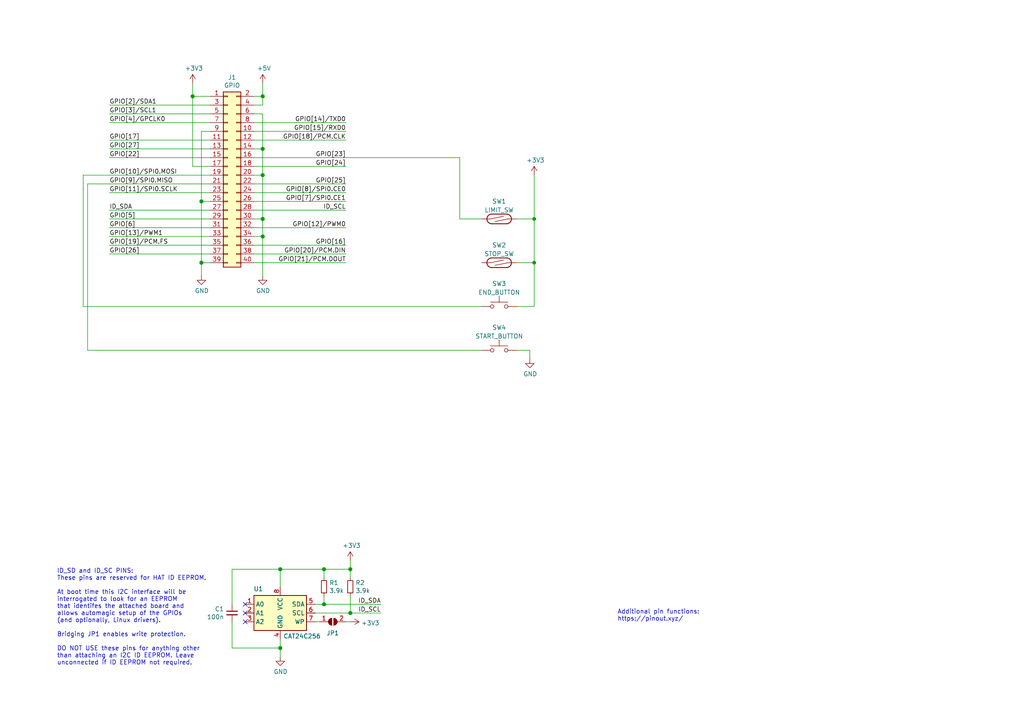
<source format=kicad_sch>
(kicad_sch (version 20230121) (generator eeschema)
  (paper "A4")
  (title_block (title "Monorail Camera") (date "15 nov 2012") (rev "1.00"))
  (lib_symbols
    (symbol "Connector_Generic:Conn_02x20_Odd_Even" (pin_names (offset 1.016) hide)
      (property "Reference" "J" (at 1.27 25.4 0))
      (property "Value" "Conn_02x20_Odd_Even" (at 1.27 -27.94 0))
      (symbol "Conn_02x20_Odd_Even_1_1"
        (rectangle (start -1.27 -25.273) (end 0 -25.527) (stroke (width 0.1524)))
        (rectangle (start -1.27 -22.733) (end 0 -22.987) (stroke (width 0.1524)))
        (rectangle (start -1.27 -20.193) (end 0 -20.447) (stroke (width 0.1524)))
        (rectangle (start -1.27 -17.653) (end 0 -17.907) (stroke (width 0.1524)))
        (rectangle (start -1.27 -15.113) (end 0 -15.367) (stroke (width 0.1524)))
        (rectangle (start -1.27 -12.573) (end 0 -12.827) (stroke (width 0.1524)))
        (rectangle (start -1.27 -10.033) (end 0 -10.287) (stroke (width 0.1524)))
        (rectangle (start -1.27 -7.493) (end 0 -7.747) (stroke (width 0.1524)))
        (rectangle (start -1.27 -4.953) (end 0 -5.207) (stroke (width 0.1524)))
        (rectangle (start -1.27 -2.413) (end 0 -2.667) (stroke (width 0.1524)))
        (rectangle (start -1.27 0.127) (end 0 -0.127) (stroke (width 0.1524)))
        (rectangle (start -1.27 2.667) (end 0 2.413) (stroke (width 0.1524)))
        (rectangle (start -1.27 5.207) (end 0 4.953) (stroke (width 0.1524)))
        (rectangle (start -1.27 7.747) (end 0 7.493) (stroke (width 0.1524)))
        (rectangle (start -1.27 10.287) (end 0 10.033) (stroke (width 0.1524)))
        (rectangle (start -1.27 12.827) (end 0 12.573) (stroke (width 0.1524)))
        (rectangle (start -1.27 15.367) (end 0 15.113) (stroke (width 0.1524)))
        (rectangle (start -1.27 17.907) (end 0 17.653) (stroke (width 0.1524)))
        (rectangle (start -1.27 20.447) (end 0 20.193) (stroke (width 0.1524)))
        (rectangle (start -1.27 22.987) (end 0 22.733) (stroke (width 0.1524)))
        (rectangle (start -1.27 24.13) (end 3.81 -26.67) (stroke (width 0.254)) (fill (type background)))
        (rectangle (start 3.81 -25.273) (end 2.54 -25.527) (stroke (width 0.1524)))
        (rectangle (start 3.81 -22.733) (end 2.54 -22.987) (stroke (width 0.1524)))
        (rectangle (start 3.81 -20.193) (end 2.54 -20.447) (stroke (width 0.1524)))
        (rectangle (start 3.81 -17.653) (end 2.54 -17.907) (stroke (width 0.1524)))
        (rectangle (start 3.81 -15.113) (end 2.54 -15.367) (stroke (width 0.1524)))
        (rectangle (start 3.81 -12.573) (end 2.54 -12.827) (stroke (width 0.1524)))
        (rectangle (start 3.81 -10.033) (end 2.54 -10.287) (stroke (width 0.1524)))
        (rectangle (start 3.81 -7.493) (end 2.54 -7.747) (stroke (width 0.1524)))
        (rectangle (start 3.81 -4.953) (end 2.54 -5.207) (stroke (width 0.1524)))
        (rectangle (start 3.81 -2.413) (end 2.54 -2.667) (stroke (width 0.1524)))
        (rectangle (start 3.81 0.127) (end 2.54 -0.127) (stroke (width 0.1524)))
        (rectangle (start 3.81 2.667) (end 2.54 2.413) (stroke (width 0.1524)))
        (rectangle (start 3.81 5.207) (end 2.54 4.953) (stroke (width 0.1524)))
        (rectangle (start 3.81 7.747) (end 2.54 7.493) (stroke (width 0.1524)))
        (rectangle (start 3.81 10.287) (end 2.54 10.033) (stroke (width 0.1524)))
        (rectangle (start 3.81 12.827) (end 2.54 12.573) (stroke (width 0.1524)))
        (rectangle (start 3.81 15.367) (end 2.54 15.113) (stroke (width 0.1524)))
        (rectangle (start 3.81 17.907) (end 2.54 17.653) (stroke (width 0.1524)))
        (rectangle (start 3.81 20.447) (end 2.54 20.193) (stroke (width 0.1524)))
        (rectangle (start 3.81 22.987) (end 2.54 22.733) (stroke (width 0.1524)))
        (pin passive line (at -5.08 22.86 0) (length 3.81) (name "Pin_1") (number "1"))
        (pin passive line (at 7.62 12.7 180) (length 3.81) (name "Pin_10") (number "10"))
        (pin passive line (at -5.08 10.16 0) (length 3.81) (name "Pin_11") (number "11"))
        (pin passive line (at 7.62 10.16 180) (length 3.81) (name "Pin_12") (number "12"))
        (pin passive line (at -5.08 7.62 0) (length 3.81) (name "Pin_13") (number "13"))
        (pin passive line (at 7.62 7.62 180) (length 3.81) (name "Pin_14") (number "14"))
        (pin passive line (at -5.08 5.08 0) (length 3.81) (name "Pin_15") (number "15"))
        (pin passive line (at 7.62 5.08 180) (length 3.81) (name "Pin_16") (number "16"))
        (pin passive line (at -5.08 2.54 0) (length 3.81) (name "Pin_17") (number "17"))
        (pin passive line (at 7.62 2.54 180) (length 3.81) (name "Pin_18") (number "18"))
        (pin passive line (at -5.08 0 0) (length 3.81) (name "Pin_19") (number "19"))
        (pin passive line (at 7.62 22.86 180) (length 3.81) (name "Pin_2") (number "2"))
        (pin passive line (at 7.62 0 180) (length 3.81) (name "Pin_20") (number "20"))
        (pin passive line (at -5.08 -2.54 0) (length 3.81) (name "Pin_21") (number "21"))
        (pin passive line (at 7.62 -2.54 180) (length 3.81) (name "Pin_22") (number "22"))
        (pin passive line (at -5.08 -5.08 0) (length 3.81) (name "Pin_23") (number "23"))
        (pin passive line (at 7.62 -5.08 180) (length 3.81) (name "Pin_24") (number "24"))
        (pin passive line (at -5.08 -7.62 0) (length 3.81) (name "Pin_25") (number "25"))
        (pin passive line (at 7.62 -7.62 180) (length 3.81) (name "Pin_26") (number "26"))
        (pin passive line (at -5.08 -10.16 0) (length 3.81) (name "Pin_27") (number "27"))
        (pin passive line (at 7.62 -10.16 180) (length 3.81) (name "Pin_28") (number "28"))
        (pin passive line (at -5.08 -12.7 0) (length 3.81) (name "Pin_29") (number "29"))
        (pin passive line (at -5.08 20.32 0) (length 3.81) (name "Pin_3") (number "3"))
        (pin passive line (at 7.62 -12.7 180) (length 3.81) (name "Pin_30") (number "30"))
        (pin passive line (at -5.08 -15.24 0) (length 3.81) (name "Pin_31") (number "31"))
        (pin passive line (at 7.62 -15.24 180) (length 3.81) (name "Pin_32") (number "32"))
        (pin passive line (at -5.08 -17.78 0) (length 3.81) (name "Pin_33") (number "33"))
        (pin passive line (at 7.62 -17.78 180) (length 3.81) (name "Pin_34") (number "34"))
        (pin passive line (at -5.08 -20.32 0) (length 3.81) (name "Pin_35") (number "35"))
        (pin passive line (at 7.62 -20.32 180) (length 3.81) (name "Pin_36") (number "36"))
        (pin passive line (at -5.08 -22.86 0) (length 3.81) (name "Pin_37") (number "37"))
        (pin passive line (at 7.62 -22.86 180) (length 3.81) (name "Pin_38") (number "38"))
        (pin passive line (at -5.08 -25.4 0) (length 3.81) (name "Pin_39") (number "39"))
        (pin passive line (at 7.62 20.32 180) (length 3.81) (name "Pin_4") (number "4"))
        (pin passive line (at 7.62 -25.4 180) (length 3.81) (name "Pin_40") (number "40"))
        (pin passive line (at -5.08 17.78 0) (length 3.81) (name "Pin_5") (number "5"))
        (pin passive line (at 7.62 17.78 180) (length 3.81) (name "Pin_6") (number "6"))
        (pin passive line (at -5.08 15.24 0) (length 3.81) (name "Pin_7") (number "7"))
        (pin passive line (at 7.62 15.24 180) (length 3.81) (name "Pin_8") (number "8"))
        (pin passive line (at -5.08 12.7 0) (length 3.81) (name "Pin_9") (number "9"))
      )
    )
    (symbol "Device:C_Small" (pin_numbers hide) (pin_names (offset 0.254) hide)
      (property "Reference" "C" (at 0.254 1.778 0))
      (property "Value" "C_Small" (at 0.254 -2.032 0))
      (symbol "C_Small_0_1"
        (polyline (pts (xy -1.524 -0.508) (xy 1.524 -0.508)) (stroke (width 0.3302)))
        (polyline (pts (xy -1.524 0.508) (xy 1.524 0.508)) (stroke (width 0.3048)))
      )
      (symbol "C_Small_1_1"
        (pin passive line (at 0 2.54 270) (length 2.032) (name "~") (number "1"))
        (pin passive line (at 0 -2.54 90) (length 2.032) (name "~") (number "2"))
      )
    )
    (symbol "Device:R_Small" (pin_numbers hide) (pin_names (offset 0.254) hide)
      (property "Reference" "R" (at 0.762 0.508 0))
      (property "Value" "R_Small" (at 0.762 -1.016 0))
      (symbol "R_Small_0_1"
        (rectangle (start -0.762 1.778) (end 0.762 -1.778) (stroke (width 0.2032)))
      )
      (symbol "R_Small_1_1"
        (pin passive line (at 0 2.54 270) (length 0.762) (name "~") (number "1"))
        (pin passive line (at 0 -2.54 90) (length 0.762) (name "~") (number "2"))
      )
    )
    (symbol "Jumper:SolderJumper_2_Open" (pin_names (offset 0) hide)
      (property "Reference" "JP" (at 0 2.032 0))
      (property "Value" "SolderJumper_2_Open" (at 0 -2.54 0))
      (symbol "SolderJumper_2_Open_0_1"
        (arc (start -0.254 1.016) (mid -1.2656 0) (end -0.254 -1.016))
        (arc (start -0.254 1.016) (mid -1.2656 0) (end -0.254 -1.016) (fill (type outline)))
        (polyline (pts (xy -0.254 1.016) (xy -0.254 -1.016)))
        (polyline (pts (xy 0.254 1.016) (xy 0.254 -1.016)))
        (arc (start 0.254 -1.016) (mid 1.2656 0) (end 0.254 1.016))
        (arc (start 0.254 -1.016) (mid 1.2656 0) (end 0.254 1.016) (fill (type outline)))
      )
      (symbol "SolderJumper_2_Open_1_1"
        (pin passive line (at -3.81 0 0) (length 2.54) (name "A") (number "1"))
        (pin passive line (at 3.81 0 180) (length 2.54) (name "B") (number "2"))
      )
    )
    (symbol "Memory_EEPROM:CAT24C256"
      (property "Reference" "U" (at -6.35 6.35 0))
      (property "Value" "CAT24C256" (at 1.27 6.35 0))
      (symbol "CAT24C256_1_1"
        (rectangle (start -7.62 5.08) (end 7.62 -5.08) (stroke (width 0.254)) (fill (type background)))
        (pin input line (at -10.16 2.54 0) (length 2.54) (name "A0") (number "1"))
        (pin input line (at -10.16 0 0) (length 2.54) (name "A1") (number "2"))
        (pin input line (at -10.16 -2.54 0) (length 2.54) (name "A2") (number "3"))
        (pin power_in line (at 0 -7.62 90) (length 2.54) (name "GND") (number "4"))
        (pin bidirectional line (at 10.16 2.54 180) (length 2.54) (name "SDA") (number "5"))
        (pin input line (at 10.16 0 180) (length 2.54) (name "SCL") (number "6"))
        (pin input line (at 10.16 -2.54 180) (length 2.54) (name "WP") (number "7"))
        (pin power_in line (at 0 7.62 270) (length 2.54) (name "VCC") (number "8"))
      )
    )
    (symbol "Switch:SW_Push" (pin_numbers hide) (pin_names (offset 1.016) hide)
      (property "Reference" "SW" (at 1.27 2.54 0))
      (property "Value" "SW_Push" (at 0 -1.524 0))
      (symbol "SW_Push_0_1"
        (circle (center -2.032 0) (radius 0.508))
        (polyline (pts (xy 0 1.27) (xy 0 3.048)))
        (polyline (pts (xy 2.54 1.27) (xy -2.54 1.27)))
        (circle (center 2.032 0) (radius 0.508))
        (pin passive line (at -5.08 0 0) (length 2.54) (name "1") (number "1"))
        (pin passive line (at 5.08 0 180) (length 2.54) (name "2") (number "2"))
      )
    )
    (symbol "Switch:SW_Reed" (pin_numbers hide) (pin_names (offset 0) hide)
      (property "Reference" "SW" (at 0 2.54 0))
      (property "Value" "SW_Reed" (at 0 -2.54 0))
      (symbol "SW_Reed_0_0"
        (arc (start -2.159 1.397) (mid -3.55 0) (end -2.159 -1.397) (stroke (width 0.254)))
        (polyline (pts (xy -2.54 0) (xy 1.27 0.762)))
        (polyline (pts (xy -2.159 -1.397) (xy 2.286 -1.397)) (stroke (width 0.254)))
        (polyline (pts (xy 2.159 1.397) (xy -2.159 1.397)) (stroke (width 0.254)))
        (polyline (pts (xy 2.54 0) (xy -1.27 -0.762)))
        (arc (start 2.159 -1.397) (mid 3.55 0) (end 2.159 1.397) (stroke (width 0.254)))
      )
      (symbol "SW_Reed_1_1"
        (pin passive line (at -5.08 0 0) (length 2.54) (name "1") (number "1"))
        (pin passive line (at 5.08 0 180) (length 2.54) (name "2") (number "2"))
      )
    )
    (symbol "power:+3.3V" (power) (pin_names (offset 0))
      (property "Value" "+3.3V" (at 0 3.556 0))
      (symbol "+3.3V_0_1"
        (polyline (pts (xy -0.762 1.27) (xy 0 2.54)))
        (polyline (pts (xy 0 0) (xy 0 2.54)))
        (polyline (pts (xy 0 2.54) (xy 0.762 1.27)))
      )
      (symbol "+3.3V_1_1"
        (pin power_in line (at 0 0 90) (length 0) hide (name "+3V3") (number "1"))
      )
    )
    (symbol "power:+5V" (power) (pin_names (offset 0))
      (property "Value" "+5V" (at 0 3.556 0))
      (symbol "+5V_0_1"
        (polyline (pts (xy -0.762 1.27) (xy 0 2.54)))
        (polyline (pts (xy 0 0) (xy 0 2.54)))
        (polyline (pts (xy 0 2.54) (xy 0.762 1.27)))
      )
      (symbol "+5V_1_1"
        (pin power_in line (at 0 0 90) (length 0) hide (name "+5V") (number "1"))
      )
    )
    (symbol "power:GND" (power) (pin_names (offset 0))
      (property "Value" "GND" (at 0 -3.81 0))
      (symbol "GND_0_1"
        (polyline (pts (xy 0 0) (xy 0 -1.27) (xy 1.27 -1.27) (xy 0 -2.54) (xy -1.27 -1.27) (xy 0 -1.27)))
      )
      (symbol "GND_1_1"
        (pin power_in line (at 0 0 270) (length 0) hide (name "GND") (number "1"))
      )
    )
  )
  (junction (at 93.98 175.26) (diameter 1.016))
  (junction (at 76.2 27.94) (diameter 1.016))
  (junction (at 81.28 187.96) (diameter 1.016))
  (junction (at 76.2 43.18) (diameter 1.016))
  (junction (at 81.28 165.1) (diameter 1.016))
  (junction (at 154.94 63.5))
  (junction (at 101.6 165.1) (diameter 1.016))
  (junction (at 58.42 76.2) (diameter 1.016))
  (junction (at 58.42 58.42) (diameter 1.016))
  (junction (at 76.2 68.58) (diameter 1.016))
  (junction (at 76.2 63.5) (diameter 1.016))
  (junction (at 154.94 76.2))
  (junction (at 76.2 50.8) (diameter 1.016))
  (junction (at 101.6 177.8) (diameter 1.016))
  (junction (at 55.88 27.94) (diameter 1.016))
  (junction (at 93.98 165.1) (diameter 1.016))
  (no_connect (at 71.12 175.26))
  (no_connect (at 71.12 177.8))
  (no_connect (at 71.12 180.34))
  (wire (pts (xy 149.86 63.5) (xy 154.94 63.5)))
  (wire (pts (xy 58.42 58.42) (xy 58.42 76.2)))
  (wire (pts (xy 73.66 58.42) (xy 100.33 58.42)))
  (wire (pts (xy 60.96 40.64) (xy 31.75 40.64)))
  (wire (pts (xy 81.28 165.1) (xy 93.98 165.1)))
  (wire (pts (xy 101.6 165.1) (xy 93.98 165.1)))
  (wire (pts (xy 101.6 167.64) (xy 101.6 165.1)))
  (wire (pts (xy 76.2 33.02) (xy 76.2 43.18)))
  (wire (pts (xy 76.2 50.8) (xy 73.66 50.8)))
  (wire (pts (xy 76.2 63.5) (xy 76.2 68.58)))
  (wire (pts (xy 76.2 50.8) (xy 76.2 63.5)))
  (wire (pts (xy 73.66 35.56) (xy 100.33 35.56)))
  (wire (pts (xy 58.42 38.1) (xy 58.42 58.42)))
  (wire (pts (xy 91.44 175.26) (xy 93.98 175.26)))
  (wire (pts (xy 93.98 175.26) (xy 110.49 175.26)))
  (wire (pts (xy 149.86 76.2) (xy 154.94 76.2)))
  (wire (pts (xy 58.42 38.1) (xy 60.96 38.1)))
  (wire (pts (xy 91.44 180.34) (xy 92.71 180.34)))
  (wire (pts (xy 100.33 180.34) (xy 101.6 180.34)))
  (wire (pts (xy 24.13 88.9) (xy 139.7 88.9)))
  (wire (pts (xy 73.66 55.88) (xy 100.33 55.88)))
  (wire (pts (xy 60.96 60.96) (xy 31.75 60.96)))
  (wire (pts (xy 31.75 63.5) (xy 60.96 63.5)))
  (wire (pts (xy 25.4 101.6) (xy 139.7 101.6)))
  (wire (pts (xy 58.42 58.42) (xy 60.96 58.42)))
  (wire (pts (xy 101.6 162.56) (xy 101.6 165.1)))
  (wire (pts (xy 73.66 45.72) (xy 133.35 45.72)))
  (wire (pts (xy 81.28 165.1) (xy 81.28 170.18)))
  (wire (pts (xy 133.35 63.5) (xy 139.7 63.5)))
  (wire (pts (xy 73.66 76.2) (xy 100.33 76.2)))
  (wire (pts (xy 58.42 76.2) (xy 58.42 80.01)))
  (wire (pts (xy 31.75 43.18) (xy 60.96 43.18)))
  (wire (pts (xy 101.6 172.72) (xy 101.6 177.8)))
  (wire (pts (xy 55.88 24.13) (xy 55.88 27.94)))
  (wire (pts (xy 133.35 45.72) (xy 133.35 63.5)))
  (wire (pts (xy 76.2 68.58) (xy 73.66 68.58)))
  (wire (pts (xy 31.75 33.02) (xy 60.96 33.02)))
  (wire (pts (xy 31.75 55.88) (xy 60.96 55.88)))
  (wire (pts (xy 55.88 48.26) (xy 60.96 48.26)))
  (wire (pts (xy 154.94 88.9) (xy 149.86 88.9)))
  (wire (pts (xy 60.96 30.48) (xy 31.75 30.48)))
  (wire (pts (xy 76.2 27.94) (xy 76.2 30.48)))
  (wire (pts (xy 25.4 53.34) (xy 25.4 101.6)))
  (wire (pts (xy 76.2 43.18) (xy 76.2 50.8)))
  (wire (pts (xy 73.66 40.64) (xy 100.33 40.64)))
  (wire (pts (xy 76.2 43.18) (xy 73.66 43.18)))
  (wire (pts (xy 76.2 24.13) (xy 76.2 27.94)))
  (wire (pts (xy 31.75 35.56) (xy 60.96 35.56)))
  (wire (pts (xy 93.98 165.1) (xy 93.98 167.64)))
  (wire (pts (xy 76.2 27.94) (xy 73.66 27.94)))
  (wire (pts (xy 55.88 27.94) (xy 55.88 48.26)))
  (wire (pts (xy 73.66 48.26) (xy 100.33 48.26)))
  (wire (pts (xy 73.66 38.1) (xy 100.33 38.1)))
  (wire (pts (xy 93.98 172.72) (xy 93.98 175.26)))
  (wire (pts (xy 91.44 177.8) (xy 101.6 177.8)))
  (wire (pts (xy 101.6 177.8) (xy 110.49 177.8)))
  (wire (pts (xy 154.94 63.5) (xy 154.94 76.2)))
  (wire (pts (xy 31.75 45.72) (xy 60.96 45.72)))
  (wire (pts (xy 25.4 53.34) (xy 60.96 53.34)))
  (wire (pts (xy 24.13 50.8) (xy 24.13 88.9)))
  (wire (pts (xy 31.75 66.04) (xy 60.96 66.04)))
  (wire (pts (xy 76.2 30.48) (xy 73.66 30.48)))
  (wire (pts (xy 154.94 76.2) (xy 154.94 88.9)))
  (wire (pts (xy 31.75 71.12) (xy 60.96 71.12)))
  (wire (pts (xy 73.66 71.12) (xy 100.33 71.12)))
  (wire (pts (xy 73.66 66.04) (xy 100.33 66.04)))
  (wire (pts (xy 58.42 76.2) (xy 60.96 76.2)))
  (wire (pts (xy 73.66 73.66) (xy 100.33 73.66)))
  (wire (pts (xy 76.2 33.02) (xy 73.66 33.02)))
  (wire (pts (xy 31.75 73.66) (xy 60.96 73.66)))
  (wire (pts (xy 67.31 165.1) (xy 67.31 175.26)))
  (wire (pts (xy 67.31 180.34) (xy 67.31 187.96)))
  (wire (pts (xy 67.31 187.96) (xy 81.28 187.96)))
  (wire (pts (xy 81.28 165.1) (xy 67.31 165.1)))
  (wire (pts (xy 81.28 185.42) (xy 81.28 187.96)))
  (wire (pts (xy 81.28 187.96) (xy 81.28 190.5)))
  (wire (pts (xy 149.86 101.6) (xy 153.67 101.6)))
  (wire (pts (xy 76.2 68.58) (xy 76.2 80.01)))
  (wire (pts (xy 73.66 53.34) (xy 100.33 53.34)))
  (wire (pts (xy 60.96 68.58) (xy 31.75 68.58)))
  (wire (pts (xy 76.2 63.5) (xy 73.66 63.5)))
  (wire (pts (xy 55.88 27.94) (xy 60.96 27.94)))
  (wire (pts (xy 154.94 50.8) (xy 154.94 63.5)))
  (wire (pts (xy 24.13 50.8) (xy 60.96 50.8)))
  (wire (pts (xy 73.66 60.96) (xy 100.33 60.96)))
  (wire (pts (xy 153.67 101.6) (xy 153.67 104.14)))
  (text "Additional pin functions:\nhttps://pinout.xyz/" (at 179.07 180.34 0) (effects (font (size 1.27 1.27)) (justify left bottom)))
  (text "ID_SD and ID_SC PINS:\nThese pins are reserved for HAT ID EEPROM.\n\nAt boot time this I2C interface will be\ninterrogated to look for an EEPROM\nthat identifes the attached board and\nallows automagic setup of the GPIOs\n(and optionally, Linux drivers).\n\nBridging JP1 enables write protection.\n\nDO NOT USE these pins for anything other\nthan attaching an I2C ID EEPROM. Leave\nunconnected if ID EEPROM not required." (at 16.51 193.04 0) (effects (font (size 1.27 1.27)) (justify left bottom)))
  (label "ID_SDA" (at 31.75 60.96 0))
  (label "GPIO[6]" (at 31.75 66.04 0))
  (label "ID_SDA" (at 110.49 175.26 180))
  (label "ID_SCL" (at 100.33 60.96 180))
  (label "GPIO[5]" (at 31.75 63.5 0))
  (label "GPIO[21]{slash}PCM.DOUT" (at 100.33 76.2 180))
  (label "GPIO[19]{slash}PCM.FS" (at 31.75 71.12 0))
  (label "GPIO[10]{slash}SPI0.MOSI" (at 31.75 50.8 0))
  (label "GPIO[9]{slash}SPI0.MISO" (at 31.75 53.34 0))
  (label "GPIO[23]" (at 100.33 45.72 180))
  (label "GPIO[4]{slash}GPCLK0" (at 31.75 35.56 0))
  (label "GPIO[27]" (at 31.75 43.18 0))
  (label "GPIO[26]" (at 31.75 73.66 0))
  (label "GPIO[14]{slash}TXD0" (at 100.33 35.56 180))
  (label "GPIO[8]{slash}SPI0.CE0" (at 100.33 55.88 180))
  (label "GPIO[15]{slash}RXD0" (at 100.33 38.1 180))
  (label "GPIO[16]" (at 100.33 71.12 180))
  (label "GPIO[22]" (at 31.75 45.72 0))
  (label "GPIO[2]{slash}SDA1" (at 31.75 30.48 0))
  (label "GPIO[17]" (at 31.75 40.64 0))
  (label "GPIO[25]" (at 100.33 53.34 180))
  (label "GPIO[3]{slash}SCL1" (at 31.75 33.02 0))
  (label "GPIO[18]{slash}PCM.CLK" (at 100.33 40.64 180))
  (label "GPIO[12]{slash}PWM0" (at 100.33 66.04 180))
  (label "GPIO[13]{slash}PWM1" (at 31.75 68.58 0))
  (label "GPIO[20]{slash}PCM.DIN" (at 100.33 73.66 180))
  (label "GPIO[24]" (at 100.33 48.26 180))
  (label "GPIO[7]{slash}SPI0.CE1" (at 100.33 58.42 180))
  (label "ID_SCL" (at 110.49 177.8 180))
  (label "GPIO[11]{slash}SPI0.SCLK" (at 31.75 55.88 0))
  (symbol (lib_id "power:+5V") (at 76.2 24.13 0) (unit 1)
    (property "Reference" "#PWR01" (effects hide))
    (property "Value" "+5V" (at 76.5683 19.8056 0))
  )
  (symbol (lib_id "power:+3.3V") (at 55.88 24.13 0) (unit 1)
    (property "Reference" "#PWR04" (effects hide))
    (property "Value" "+3.3V" (at 56.2483 19.8056 0))
  )
  (symbol (lib_id "power:GND") (at 76.2 80.01 0) (unit 1)
    (property "Reference" "#PWR02" (effects hide))
    (property "Value" "GND" (at 76.3143 84.3344 0))
  )
  (symbol (lib_id "power:GND") (at 58.42 80.01 0) (unit 1)
    (property "Reference" "#PWR03" (effects hide))
    (property "Value" "GND" (at 58.5343 84.3344 0))
  )
  (symbol (lib_id "Connector_Generic:Conn_02x20_Odd_Even") (at 66.04 50.8 0) (unit 1)
    (property "Reference" "J1" (at 67.31 22.4598 0))
    (property "Value" "GPIO" (at 67.31 24.765 0))
    (property "Footprint" "Connector_PinSocket_2.54mm:PinSocket_2x20_P2.54mm_Vertical" (effects hide))
  )
  (symbol (lib_id "Device:C_Small") (at 67.31 177.8 0) (unit 1)
    (property "Reference" "C1" (at 64.9858 176.6506 0) (effects (justify right)))
    (property "Value" "100n" (at 64.9858 178.9493 0) (effects (justify right)))
  )
  (symbol (lib_id "Device:R_Small") (at 93.98 170.18 0) (unit 1)
    (property "Reference" "R1" (at 95.4786 169.037 0) (effects (justify left)))
    (property "Value" "3.9k" (at 95.4787 171.3293 0) (effects (justify left)))
  )
  (symbol (lib_id "Jumper:SolderJumper_2_Open") (at 96.52 180.34 0) (unit 1)
    (property "Reference" "JP1" (at 96.52 183.623 0))
    (property "Value" "ID_WP" (effects hide))
  )
  (symbol (lib_id "Switch:SW_Reed") (at 144.78 76.2 0) (unit 1)
    (property "Reference" "SW2" (at 144.78 71.1032 0))
    (property "Value" "STOP_SW" (at 144.78 73.6401 0))
  )
  (symbol (lib_id "Device:R_Small") (at 101.6 170.18 0) (unit 1)
    (property "Reference" "R2" (at 103.0986 169.037 0) (effects (justify left)))
    (property "Value" "3.9k" (at 103.0987 171.3293 0) (effects (justify left)))
  )
  (symbol (lib_id "power:+3.3V") (at 101.6 162.56 0) (unit 1)
    (property "Reference" "#PWR0101" (effects hide))
    (property "Value" "+3.3V" (at 101.9683 158.2356 0))
  )
  (symbol (lib_id "Switch:SW_Reed") (at 144.78 63.5 0) (unit 1)
    (property "Reference" "SW1" (at 144.78 58.4032 0))
    (property "Value" "LIMIT_SW" (at 144.78 60.9401 0))
  )
  (symbol (lib_id "Memory_EEPROM:CAT24C256") (at 81.28 177.8 0) (unit 1)
    (property "Reference" "U1" (at 74.93 170.7958 0))
    (property "Value" "CAT24C256" (at 87.63 184.5245 0))
    (property "Datasheet" "https://www.onsemi.cn/PowerSolutions/document/CAT24C256-D.PDF" (effects hide))
  )
  (symbol (lib_id "Switch:SW_Push") (at 144.78 101.6 0) (unit 1)
    (property "Reference" "SW4" (at 144.78 94.9792 0))
    (property "Value" "START_BUTTON" (at 144.78 97.5161 0))
  )
  (symbol (lib_id "power:+3.3V") (at 154.94 50.8 0) (unit 1)
    (property "Reference" "#PWR?" (effects hide))
    (property "Value" "+3.3V" (at 155.3083 46.4756 0))
  )
  (symbol (lib_id "Switch:SW_Push") (at 144.78 88.9 0) (unit 1)
    (property "Reference" "SW3" (at 144.78 82.2792 0))
    (property "Value" "END_BUTTON" (at 144.78 84.8161 0))
  )
  (symbol (lib_id "power:GND") (at 81.28 190.5 0) (unit 1)
    (property "Reference" "#PWR0102" (effects hide))
    (property "Value" "GND" (at 81.3943 194.8244 0))
  )
  (symbol (lib_id "power:GND") (at 153.67 104.14 0) (unit 1)
    (property "Reference" "#PWR?" (effects hide))
    (property "Value" "GND" (at 153.7843 108.4644 0))
  )
  (symbol (lib_id "power:+3.3V") (at 101.6 180.34 270) (unit 1)
    (property "Reference" "#PWR0103" (effects hide))
    (property "Value" "+3.3V" (at 104.7751 180.7083 90) (effects (justify left)))
  )
)
</source>
